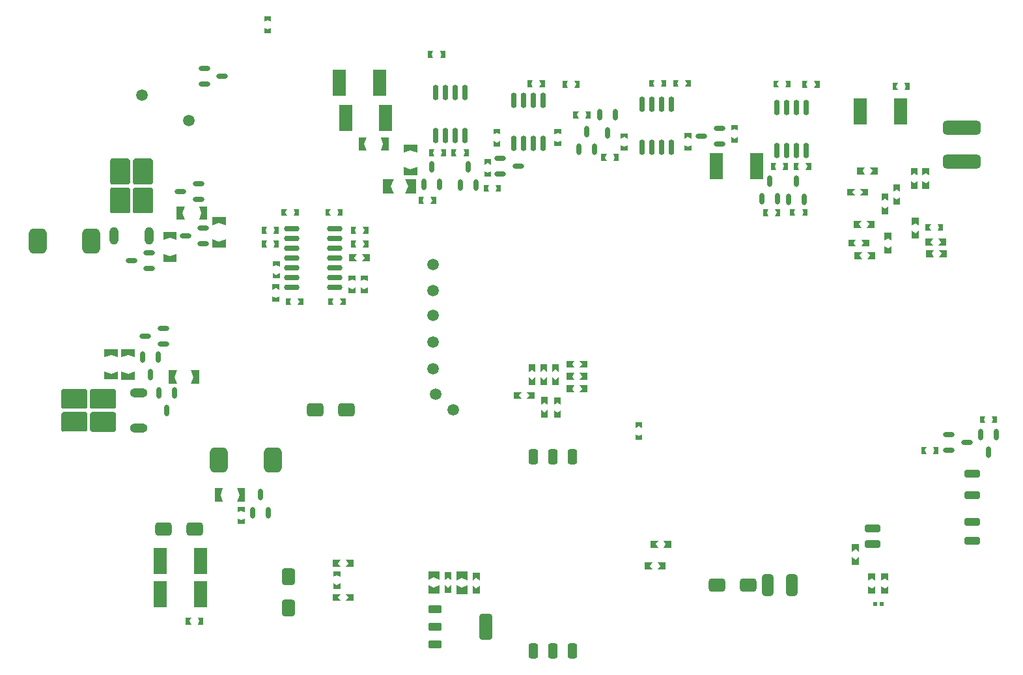
<source format=gbp>
G04*
G04 #@! TF.GenerationSoftware,Altium Limited,Altium Designer,19.1.8 (144)*
G04*
G04 Layer_Color=128*
%FSLAX24Y24*%
%MOIN*%
G70*
G01*
G75*
%ADD21O,0.0591X0.0281*%
%ADD23O,0.0281X0.0591*%
G04:AMPARAMS|DCode=24|XSize=110.2mil|YSize=59.1mil|CornerRadius=14.8mil|HoleSize=0mil|Usage=FLASHONLY|Rotation=270.000|XOffset=0mil|YOffset=0mil|HoleType=Round|Shape=RoundedRectangle|*
%AMROUNDEDRECTD24*
21,1,0.1102,0.0295,0,0,270.0*
21,1,0.0807,0.0591,0,0,270.0*
1,1,0.0295,-0.0148,-0.0404*
1,1,0.0295,-0.0148,0.0404*
1,1,0.0295,0.0148,0.0404*
1,1,0.0295,0.0148,-0.0404*
%
%ADD24ROUNDEDRECTD24*%
%ADD31O,0.0295X0.0800*%
%ADD44O,0.0800X0.0295*%
G04:AMPARAMS|DCode=47|XSize=86.6mil|YSize=68.9mil|CornerRadius=17.2mil|HoleSize=0mil|Usage=FLASHONLY|Rotation=0.000|XOffset=0mil|YOffset=0mil|HoleType=Round|Shape=RoundedRectangle|*
%AMROUNDEDRECTD47*
21,1,0.0866,0.0344,0,0,0.0*
21,1,0.0522,0.0689,0,0,0.0*
1,1,0.0344,0.0261,-0.0172*
1,1,0.0344,-0.0261,-0.0172*
1,1,0.0344,-0.0261,0.0172*
1,1,0.0344,0.0261,0.0172*
%
%ADD47ROUNDEDRECTD47*%
%ADD136C,0.0591*%
G04:AMPARAMS|DCode=186|XSize=128mil|YSize=90.6mil|CornerRadius=22.6mil|HoleSize=0mil|Usage=FLASHONLY|Rotation=270.000|XOffset=0mil|YOffset=0mil|HoleType=Round|Shape=RoundedRectangle|*
%AMROUNDEDRECTD186*
21,1,0.1280,0.0453,0,0,270.0*
21,1,0.0827,0.0906,0,0,270.0*
1,1,0.0453,-0.0226,-0.0413*
1,1,0.0453,-0.0226,0.0413*
1,1,0.0453,0.0226,0.0413*
1,1,0.0453,0.0226,-0.0413*
%
%ADD186ROUNDEDRECTD186*%
G04:AMPARAMS|DCode=187|XSize=86.6mil|YSize=68.9mil|CornerRadius=17.2mil|HoleSize=0mil|Usage=FLASHONLY|Rotation=90.000|XOffset=0mil|YOffset=0mil|HoleType=Round|Shape=RoundedRectangle|*
%AMROUNDEDRECTD187*
21,1,0.0866,0.0344,0,0,90.0*
21,1,0.0522,0.0689,0,0,90.0*
1,1,0.0344,0.0172,0.0261*
1,1,0.0344,0.0172,-0.0261*
1,1,0.0344,-0.0172,-0.0261*
1,1,0.0344,-0.0172,0.0261*
%
%ADD187ROUNDEDRECTD187*%
G04:AMPARAMS|DCode=188|XSize=194.9mil|YSize=70.9mil|CornerRadius=17.7mil|HoleSize=0mil|Usage=FLASHONLY|Rotation=180.000|XOffset=0mil|YOffset=0mil|HoleType=Round|Shape=RoundedRectangle|*
%AMROUNDEDRECTD188*
21,1,0.1949,0.0354,0,0,180.0*
21,1,0.1594,0.0709,0,0,180.0*
1,1,0.0354,-0.0797,0.0177*
1,1,0.0354,0.0797,0.0177*
1,1,0.0354,0.0797,-0.0177*
1,1,0.0354,-0.0797,-0.0177*
%
%ADD188ROUNDEDRECTD188*%
%ADD189R,0.0709X0.1339*%
G04:AMPARAMS|DCode=190|XSize=78.7mil|YSize=47.2mil|CornerRadius=11.8mil|HoleSize=0mil|Usage=FLASHONLY|Rotation=90.000|XOffset=0mil|YOffset=0mil|HoleType=Round|Shape=RoundedRectangle|*
%AMROUNDEDRECTD190*
21,1,0.0787,0.0236,0,0,90.0*
21,1,0.0551,0.0472,0,0,90.0*
1,1,0.0236,0.0118,0.0276*
1,1,0.0236,0.0118,-0.0276*
1,1,0.0236,-0.0118,-0.0276*
1,1,0.0236,-0.0118,0.0276*
%
%ADD190ROUNDEDRECTD190*%
%ADD193R,0.0217X0.0236*%
G04:AMPARAMS|DCode=194|XSize=41.3mil|YSize=68.9mil|CornerRadius=10.3mil|HoleSize=0mil|Usage=FLASHONLY|Rotation=90.000|XOffset=0mil|YOffset=0mil|HoleType=Round|Shape=RoundedRectangle|*
%AMROUNDEDRECTD194*
21,1,0.0413,0.0482,0,0,90.0*
21,1,0.0207,0.0689,0,0,90.0*
1,1,0.0207,0.0241,0.0103*
1,1,0.0207,0.0241,-0.0103*
1,1,0.0207,-0.0241,-0.0103*
1,1,0.0207,-0.0241,0.0103*
%
%ADD194ROUNDEDRECTD194*%
G04:AMPARAMS|DCode=195|XSize=41.3mil|YSize=68.9mil|CornerRadius=10.3mil|HoleSize=0mil|Usage=FLASHONLY|Rotation=90.000|XOffset=0mil|YOffset=0mil|HoleType=Round|Shape=RoundedRectangle|*
%AMROUNDEDRECTD195*
21,1,0.0413,0.0482,0,0,90.0*
21,1,0.0207,0.0689,0,0,90.0*
1,1,0.0207,0.0241,0.0103*
1,1,0.0207,0.0241,-0.0103*
1,1,0.0207,-0.0241,-0.0103*
1,1,0.0207,-0.0241,0.0103*
%
%ADD195ROUNDEDRECTD195*%
G04:AMPARAMS|DCode=196|XSize=133.9mil|YSize=68.9mil|CornerRadius=17.2mil|HoleSize=0mil|Usage=FLASHONLY|Rotation=90.000|XOffset=0mil|YOffset=0mil|HoleType=Round|Shape=RoundedRectangle|*
%AMROUNDEDRECTD196*
21,1,0.1339,0.0344,0,0,90.0*
21,1,0.0994,0.0689,0,0,90.0*
1,1,0.0344,0.0172,0.0497*
1,1,0.0344,0.0172,-0.0497*
1,1,0.0344,-0.0172,-0.0497*
1,1,0.0344,-0.0172,0.0497*
%
%ADD196ROUNDEDRECTD196*%
G04:AMPARAMS|DCode=197|XSize=78.7mil|YSize=39.4mil|CornerRadius=9.8mil|HoleSize=0mil|Usage=FLASHONLY|Rotation=0.000|XOffset=0mil|YOffset=0mil|HoleType=Round|Shape=RoundedRectangle|*
%AMROUNDEDRECTD197*
21,1,0.0787,0.0197,0,0,0.0*
21,1,0.0591,0.0394,0,0,0.0*
1,1,0.0197,0.0295,-0.0098*
1,1,0.0197,-0.0295,-0.0098*
1,1,0.0197,-0.0295,0.0098*
1,1,0.0197,0.0295,0.0098*
%
%ADD197ROUNDEDRECTD197*%
%ADD217O,0.0454X0.0906*%
%ADD218O,0.0906X0.0454*%
G36*
X14961Y37677D02*
X14783Y37756D01*
X14606Y37677D01*
Y37953D01*
X14961D01*
Y37677D01*
D02*
G37*
G36*
Y37067D02*
X14606D01*
Y37343D01*
X14783Y37264D01*
X14961Y37343D01*
Y37067D01*
D02*
G37*
G36*
X23878Y35807D02*
X23603D01*
X23681Y35984D01*
X23603Y36161D01*
X23878D01*
Y35807D01*
D02*
G37*
G36*
X23189Y35984D02*
X23268Y35807D01*
X22993D01*
Y36161D01*
X23268D01*
X23189Y35984D01*
D02*
G37*
G36*
X36437Y34331D02*
X36161D01*
X36240Y34508D01*
X36161Y34685D01*
X36437D01*
Y34331D01*
D02*
G37*
G36*
X35748Y34508D02*
X35827Y34331D01*
X35551D01*
Y34685D01*
X35827D01*
X35748Y34508D01*
D02*
G37*
G36*
X35197Y34331D02*
X34921D01*
X35000Y34508D01*
X34921Y34685D01*
X35197D01*
Y34331D01*
D02*
G37*
G36*
X34508Y34508D02*
X34587Y34331D01*
X34311D01*
Y34685D01*
X34587D01*
X34508Y34508D01*
D02*
G37*
G36*
X28976Y34311D02*
X28701D01*
X28780Y34488D01*
X28701Y34665D01*
X28976D01*
Y34311D01*
D02*
G37*
G36*
X28288Y34488D02*
X28366Y34311D01*
X28091D01*
Y34665D01*
X28366D01*
X28288Y34488D01*
D02*
G37*
G36*
X41555Y34301D02*
X41280D01*
X41358Y34478D01*
X41280Y34656D01*
X41555D01*
Y34301D01*
D02*
G37*
G36*
X40866Y34478D02*
X40945Y34301D01*
X40670D01*
Y34656D01*
X40945D01*
X40866Y34478D01*
D02*
G37*
G36*
X30768Y34281D02*
X30492D01*
X30571Y34459D01*
X30492Y34636D01*
X30768D01*
Y34281D01*
D02*
G37*
G36*
X30079Y34459D02*
X30158Y34281D01*
X29882D01*
Y34636D01*
X30158D01*
X30079Y34459D01*
D02*
G37*
G36*
X43041Y34272D02*
X42766D01*
X42844Y34449D01*
X42766Y34626D01*
X43041D01*
Y34272D01*
D02*
G37*
G36*
X42352Y34449D02*
X42431Y34272D01*
X42156D01*
Y34626D01*
X42431D01*
X42352Y34449D01*
D02*
G37*
G36*
X47657Y34173D02*
X47382D01*
X47461Y34350D01*
X47382Y34528D01*
X47657D01*
Y34173D01*
D02*
G37*
G36*
X46969Y34350D02*
X47047Y34173D01*
X46772D01*
Y34528D01*
X47047D01*
X46969Y34350D01*
D02*
G37*
G36*
X31319Y32717D02*
X31043D01*
X31122Y32894D01*
X31043Y33071D01*
X31319D01*
Y32717D01*
D02*
G37*
G36*
X30630Y32894D02*
X30709Y32717D01*
X30433D01*
Y33071D01*
X30709D01*
X30630Y32894D01*
D02*
G37*
G36*
X38858Y32096D02*
X38681Y32175D01*
X38504Y32096D01*
Y32372D01*
X38858D01*
Y32096D01*
D02*
G37*
G36*
X29813Y31909D02*
X29636Y31988D01*
X29459Y31909D01*
Y32185D01*
X29813D01*
Y31909D01*
D02*
G37*
G36*
X26693Y31899D02*
X26516Y31978D01*
X26339Y31899D01*
Y32175D01*
X26693D01*
Y31899D01*
D02*
G37*
G36*
X38858Y31486D02*
X38504D01*
Y31762D01*
X38681Y31683D01*
X38858Y31762D01*
Y31486D01*
D02*
G37*
G36*
X36476Y31683D02*
X36299Y31762D01*
X36122Y31683D01*
Y31959D01*
X36476D01*
Y31683D01*
D02*
G37*
G36*
X33219Y31683D02*
X33041Y31762D01*
X32864Y31683D01*
Y31958D01*
X33219D01*
Y31683D01*
D02*
G37*
G36*
X29813Y31299D02*
X29459D01*
Y31575D01*
X29636Y31496D01*
X29813Y31575D01*
Y31299D01*
D02*
G37*
G36*
X26693Y31289D02*
X26339D01*
Y31565D01*
X26516Y31486D01*
X26693Y31565D01*
Y31289D01*
D02*
G37*
G36*
X36476Y31073D02*
X36122D01*
Y31349D01*
X36299Y31270D01*
X36476Y31349D01*
Y31073D01*
D02*
G37*
G36*
X33219Y31073D02*
X32864D01*
Y31348D01*
X33041Y31270D01*
X33219Y31348D01*
Y31073D01*
D02*
G37*
G36*
X20994Y31063D02*
X20581D01*
X20699Y31407D01*
X20581Y31752D01*
X20994D01*
Y31063D01*
D02*
G37*
G36*
X19734Y31407D02*
X19852Y31063D01*
X19439D01*
Y31752D01*
X19852D01*
X19734Y31407D01*
D02*
G37*
G36*
X22441Y30965D02*
X22096Y31083D01*
X21752Y30965D01*
Y31378D01*
X22441D01*
Y30965D01*
D02*
G37*
G36*
X25078Y30787D02*
X24803D01*
X24882Y30965D01*
X24803Y31142D01*
X25078D01*
Y30787D01*
D02*
G37*
G36*
X24390Y30965D02*
X24469Y30787D01*
X24193D01*
Y31142D01*
X24469D01*
X24390Y30965D01*
D02*
G37*
G36*
X23927Y30787D02*
X23651D01*
X23730Y30965D01*
X23651Y31142D01*
X23927D01*
Y30787D01*
D02*
G37*
G36*
X23238Y30965D02*
X23317Y30787D01*
X23041D01*
Y31142D01*
X23317D01*
X23238Y30965D01*
D02*
G37*
G36*
X32746Y30541D02*
X32470D01*
X32549Y30719D01*
X32470Y30896D01*
X32746D01*
Y30541D01*
D02*
G37*
G36*
X32057Y30719D02*
X32136Y30541D01*
X31860D01*
Y30896D01*
X32136D01*
X32057Y30719D01*
D02*
G37*
G36*
X26230Y30354D02*
X26053Y30433D01*
X25876Y30354D01*
Y30630D01*
X26230D01*
Y30354D01*
D02*
G37*
G36*
X22441Y29823D02*
X21752D01*
Y30236D01*
X22096Y30118D01*
X22441Y30236D01*
Y29823D01*
D02*
G37*
G36*
X42608Y30089D02*
X42332D01*
X42411Y30266D01*
X42332Y30443D01*
X42608D01*
Y30089D01*
D02*
G37*
G36*
X41919Y30266D02*
X41998Y30089D01*
X41722D01*
Y30443D01*
X41998D01*
X41919Y30266D01*
D02*
G37*
G36*
X41427Y30089D02*
X41151D01*
X41230Y30266D01*
X41151Y30443D01*
X41427D01*
Y30089D01*
D02*
G37*
G36*
X40738Y30266D02*
X40817Y30089D01*
X40541D01*
Y30443D01*
X40817D01*
X40738Y30266D01*
D02*
G37*
G36*
X26230Y29744D02*
X25876D01*
Y30020D01*
X26053Y29941D01*
X26230Y30020D01*
Y29744D01*
D02*
G37*
G36*
X46024Y29852D02*
X45630D01*
X45748Y30030D01*
X45630Y30207D01*
X46024D01*
Y29852D01*
D02*
G37*
G36*
X45236Y30030D02*
X45354Y29852D01*
X44961D01*
Y30207D01*
X45354D01*
X45236Y30030D01*
D02*
G37*
G36*
X48652Y29793D02*
X48475Y29911D01*
X48298Y29793D01*
Y30187D01*
X48652D01*
Y29793D01*
D02*
G37*
G36*
X48062D02*
X47885Y29911D01*
X47708Y29793D01*
Y30187D01*
X48062D01*
Y29793D01*
D02*
G37*
G36*
X48652Y29124D02*
X48298D01*
Y29518D01*
X48475Y29400D01*
X48652Y29518D01*
Y29124D01*
D02*
G37*
G36*
X48062D02*
X47708D01*
Y29518D01*
X47885Y29400D01*
X48062Y29518D01*
Y29124D01*
D02*
G37*
G36*
X8799Y30659D02*
X8820Y30659D01*
X8860Y30643D01*
X8891Y30612D01*
X8907Y30572D01*
X8907Y30550D01*
X8907Y29451D01*
X8907Y29451D01*
X8907Y29440D01*
X8903Y29418D01*
X8895Y29398D01*
X8882Y29379D01*
X8874Y29371D01*
X8874Y29371D01*
X8867Y29364D01*
X8850Y29352D01*
X8830Y29344D01*
X8810Y29340D01*
X8799D01*
X8005Y29340D01*
X7983Y29340D01*
X7943Y29356D01*
X7911Y29386D01*
X7894Y29426D01*
X7894Y29448D01*
X7894Y30548D01*
X7894Y30548D01*
X7893Y30570D01*
X7909Y30610D01*
X7940Y30642D01*
X7980Y30659D01*
X8002Y30659D01*
X8799Y30659D01*
X8799Y30659D01*
D02*
G37*
G36*
X7628D02*
X7650Y30659D01*
X7690Y30643D01*
X7720Y30612D01*
X7737Y30572D01*
X7737Y30550D01*
X7737Y29451D01*
X7737Y29451D01*
X7737Y29440D01*
X7733Y29418D01*
X7724Y29398D01*
X7712Y29379D01*
X7704Y29371D01*
X7704Y29371D01*
X7696Y29364D01*
X7679Y29352D01*
X7660Y29344D01*
X7639Y29340D01*
X7629D01*
X6834Y29340D01*
X6812Y29340D01*
X6772Y29356D01*
X6741Y29386D01*
X6723Y29426D01*
X6723Y29448D01*
X6723Y30548D01*
X6723Y30548D01*
X6723Y30570D01*
X6739Y30610D01*
X6769Y30642D01*
X6809Y30659D01*
X6831Y30659D01*
X7628Y30659D01*
X7628Y30659D01*
D02*
G37*
G36*
X7688Y29167D02*
X7719Y29137D01*
X7736Y29097D01*
X7737Y29075D01*
Y27975D01*
X7737Y27953D01*
X7721Y27913D01*
X7691Y27881D01*
X7651Y27864D01*
X7629Y27864D01*
X6831Y27864D01*
X6831Y27864D01*
X6810Y27864D01*
X6770Y27880D01*
X6739Y27911D01*
X6723Y27951D01*
X6723Y27972D01*
X6723Y29072D01*
X6723Y29072D01*
X6723Y29083D01*
X6727Y29105D01*
X6736Y29125D01*
X6748Y29144D01*
X6756Y29152D01*
X6756Y29152D01*
X6763Y29159D01*
X6781Y29171D01*
X6800Y29179D01*
X6821Y29183D01*
X6831D01*
X7626Y29183D01*
X7626Y29183D01*
X7647Y29183D01*
X7688Y29167D01*
D02*
G37*
G36*
X26732Y28967D02*
X26456D01*
X26535Y29144D01*
X26456Y29321D01*
X26732D01*
Y28967D01*
D02*
G37*
G36*
X26043Y29144D02*
X26122Y28967D01*
X25846D01*
Y29321D01*
X26122D01*
X26043Y29144D01*
D02*
G37*
G36*
X47160Y28962D02*
X46983Y29080D01*
X46806Y28962D01*
Y29355D01*
X47160D01*
Y28962D01*
D02*
G37*
G36*
X22382Y28888D02*
X21831D01*
X21988Y29242D01*
X21831Y29596D01*
X22382D01*
Y28888D01*
D02*
G37*
G36*
X21083Y29242D02*
X21240Y28888D01*
X20689D01*
Y29596D01*
X21240D01*
X21083Y29242D01*
D02*
G37*
G36*
X45522Y28770D02*
X45128D01*
X45246Y28947D01*
X45128Y29124D01*
X45522D01*
Y28770D01*
D02*
G37*
G36*
X44734Y28947D02*
X44852Y28770D01*
X44459D01*
Y29124D01*
X44852D01*
X44734Y28947D01*
D02*
G37*
G36*
X47160Y28292D02*
X46806D01*
Y28686D01*
X46983Y28568D01*
X47160Y28686D01*
Y28292D01*
D02*
G37*
G36*
X46565Y28494D02*
X46388Y28612D01*
X46211Y28494D01*
Y28888D01*
X46565D01*
Y28494D01*
D02*
G37*
G36*
X23406Y28346D02*
X23130D01*
X23209Y28524D01*
X23130Y28701D01*
X23406D01*
Y28346D01*
D02*
G37*
G36*
X22717Y28524D02*
X22796Y28346D01*
X22520D01*
Y28701D01*
X22796D01*
X22717Y28524D01*
D02*
G37*
G36*
X46565Y27825D02*
X46211D01*
Y28219D01*
X46388Y28100D01*
X46565Y28219D01*
Y27825D01*
D02*
G37*
G36*
X8799Y29183D02*
X8820Y29183D01*
X8860Y29166D01*
X8891Y29136D01*
X8907Y29096D01*
X8907Y29074D01*
X8907Y27975D01*
X8907Y27975D01*
X8907Y27964D01*
X8903Y27942D01*
X8895Y27922D01*
X8882Y27903D01*
X8874Y27895D01*
X8874Y27895D01*
X8867Y27888D01*
X8850Y27876D01*
X8830Y27868D01*
X8810Y27864D01*
X8799D01*
X8005Y27864D01*
X7983Y27864D01*
X7943Y27880D01*
X7911Y27910D01*
X7894Y27950D01*
X7894Y27972D01*
X7894Y29072D01*
X7894Y29072D01*
X7893Y29094D01*
X7909Y29134D01*
X7940Y29165D01*
X7980Y29183D01*
X8002Y29183D01*
X8799Y29183D01*
X8799Y29183D01*
D02*
G37*
G36*
X18622Y27726D02*
X18346D01*
X18425Y27904D01*
X18346Y28081D01*
X18622D01*
Y27726D01*
D02*
G37*
G36*
X17933Y27904D02*
X18012Y27726D01*
X17736D01*
Y28081D01*
X18012D01*
X17933Y27904D01*
D02*
G37*
G36*
X16388Y27726D02*
X16112D01*
X16191Y27904D01*
X16112Y28081D01*
X16388D01*
Y27726D01*
D02*
G37*
G36*
X15699Y27904D02*
X15778Y27726D01*
X15502D01*
Y28081D01*
X15778D01*
X15699Y27904D01*
D02*
G37*
G36*
X42411Y27726D02*
X42136D01*
X42215Y27904D01*
X42136Y28081D01*
X42411D01*
Y27726D01*
D02*
G37*
G36*
X41723Y27904D02*
X41801Y27726D01*
X41526D01*
Y28081D01*
X41801D01*
X41723Y27904D01*
D02*
G37*
G36*
X41033Y27717D02*
X40758D01*
X40837Y27894D01*
X40758Y28071D01*
X41033D01*
Y27717D01*
D02*
G37*
G36*
X40345Y27894D02*
X40423Y27717D01*
X40148D01*
Y28071D01*
X40423D01*
X40345Y27894D01*
D02*
G37*
G36*
X11683Y27530D02*
X11270D01*
X11388Y27874D01*
X11270Y28219D01*
X11683D01*
Y27530D01*
D02*
G37*
G36*
X10423Y27874D02*
X10541Y27530D01*
X10128D01*
Y28219D01*
X10541D01*
X10423Y27874D01*
D02*
G37*
G36*
X12638Y27254D02*
X12293Y27372D01*
X11949Y27254D01*
Y27667D01*
X12638D01*
Y27254D01*
D02*
G37*
G36*
X48120Y27234D02*
X47943Y27352D01*
X47766Y27234D01*
Y27628D01*
X48120D01*
Y27234D01*
D02*
G37*
G36*
X45856Y27116D02*
X45463D01*
X45581Y27293D01*
X45463Y27470D01*
X45856D01*
Y27116D01*
D02*
G37*
G36*
X45069Y27293D02*
X45187Y27116D01*
X44793D01*
Y27470D01*
X45187D01*
X45069Y27293D01*
D02*
G37*
G36*
X49350Y26959D02*
X49075D01*
X49154Y27136D01*
X49075Y27313D01*
X49350D01*
Y26959D01*
D02*
G37*
G36*
X48662Y27136D02*
X48740Y26959D01*
X48465D01*
Y27313D01*
X48740D01*
X48662Y27136D01*
D02*
G37*
G36*
X48120Y26565D02*
X47766D01*
Y26959D01*
X47943Y26841D01*
X48120Y26959D01*
Y26565D01*
D02*
G37*
G36*
X19941Y26821D02*
X19665D01*
X19744Y26998D01*
X19665Y27175D01*
X19941D01*
Y26821D01*
D02*
G37*
G36*
X19252Y26998D02*
X19331Y26821D01*
X19055D01*
Y27175D01*
X19331D01*
X19252Y26998D01*
D02*
G37*
G36*
X15364Y26821D02*
X15089D01*
X15167Y26998D01*
X15089Y27175D01*
X15364D01*
Y26821D01*
D02*
G37*
G36*
X14675Y26998D02*
X14754Y26821D01*
X14479D01*
Y27175D01*
X14754D01*
X14675Y26998D01*
D02*
G37*
G36*
X10128Y26506D02*
X9783Y26624D01*
X9439Y26506D01*
Y26919D01*
X10128D01*
Y26506D01*
D02*
G37*
G36*
X46722Y26467D02*
X46545Y26585D01*
X46368Y26467D01*
Y26860D01*
X46722D01*
Y26467D01*
D02*
G37*
G36*
X12638Y26112D02*
X11949D01*
Y26526D01*
X12293Y26407D01*
X12638Y26526D01*
Y26112D01*
D02*
G37*
G36*
X49518Y26211D02*
X49124D01*
X49242Y26388D01*
X49124Y26565D01*
X49518D01*
Y26211D01*
D02*
G37*
G36*
X48730Y26388D02*
X48848Y26211D01*
X48455D01*
Y26565D01*
X48848D01*
X48730Y26388D01*
D02*
G37*
G36*
X45571Y26161D02*
X45177D01*
X45295Y26339D01*
X45177Y26516D01*
X45571D01*
Y26161D01*
D02*
G37*
G36*
X44783Y26339D02*
X44902Y26161D01*
X44508D01*
Y26516D01*
X44902D01*
X44783Y26339D01*
D02*
G37*
G36*
X19941Y26112D02*
X19665D01*
X19744Y26289D01*
X19665Y26467D01*
X19941D01*
Y26112D01*
D02*
G37*
G36*
X19252Y26289D02*
X19331Y26112D01*
X19055D01*
Y26467D01*
X19331D01*
X19252Y26289D01*
D02*
G37*
G36*
X15364Y26112D02*
X15088D01*
X15167Y26289D01*
X15088Y26467D01*
X15364D01*
Y26112D01*
D02*
G37*
G36*
X14675Y26289D02*
X14754Y26112D01*
X14478D01*
Y26467D01*
X14754D01*
X14675Y26289D01*
D02*
G37*
G36*
X46722Y25797D02*
X46368D01*
Y26191D01*
X46545Y26073D01*
X46722Y26191D01*
Y25797D01*
D02*
G37*
G36*
X10128Y25364D02*
X9439D01*
Y25778D01*
X9783Y25659D01*
X10128Y25778D01*
Y25364D01*
D02*
G37*
G36*
X49557Y25620D02*
X49163D01*
X49282Y25797D01*
X49163Y25974D01*
X49557D01*
Y25620D01*
D02*
G37*
G36*
X48770Y25797D02*
X48888Y25620D01*
X48494D01*
Y25974D01*
X48888D01*
X48770Y25797D01*
D02*
G37*
G36*
X45886Y25522D02*
X45492D01*
X45610Y25699D01*
X45492Y25876D01*
X45886D01*
Y25522D01*
D02*
G37*
G36*
X45098Y25699D02*
X45217Y25522D01*
X44823D01*
Y25876D01*
X45217D01*
X45098Y25699D01*
D02*
G37*
G36*
X20020Y25413D02*
X19626D01*
X19744Y25591D01*
X19626Y25768D01*
X20020D01*
Y25413D01*
D02*
G37*
G36*
X19232Y25591D02*
X19350Y25413D01*
X18957D01*
Y25768D01*
X19350D01*
X19232Y25591D01*
D02*
G37*
G36*
X15404Y25138D02*
X15226Y25217D01*
X15049Y25138D01*
Y25413D01*
X15404D01*
Y25138D01*
D02*
G37*
G36*
Y24528D02*
X15049D01*
Y24803D01*
X15226Y24725D01*
X15404Y24803D01*
Y24528D01*
D02*
G37*
G36*
X19282Y24400D02*
X19104Y24478D01*
X18927Y24400D01*
Y24675D01*
X19282D01*
Y24400D01*
D02*
G37*
G36*
X19911Y24399D02*
X19734Y24478D01*
X19557Y24399D01*
Y24675D01*
X19911D01*
Y24399D01*
D02*
G37*
G36*
X19282Y23790D02*
X18927D01*
Y24065D01*
X19104Y23986D01*
X19282Y24065D01*
Y23790D01*
D02*
G37*
G36*
X19911Y23789D02*
X19557D01*
Y24065D01*
X19734Y23986D01*
X19911Y24065D01*
Y23789D01*
D02*
G37*
G36*
X15384Y23957D02*
X15207Y24035D01*
X15030Y23957D01*
Y24232D01*
X15384D01*
Y23957D01*
D02*
G37*
G36*
Y23347D02*
X15030D01*
Y23622D01*
X15207Y23544D01*
X15384Y23622D01*
Y23347D01*
D02*
G37*
G36*
X18770Y23159D02*
X18494D01*
X18573Y23337D01*
X18494Y23514D01*
X18770D01*
Y23159D01*
D02*
G37*
G36*
X18081Y23337D02*
X18160Y23159D01*
X17884D01*
Y23514D01*
X18160D01*
X18081Y23337D01*
D02*
G37*
G36*
X16604Y23159D02*
X16329D01*
X16407Y23337D01*
X16329Y23514D01*
X16604D01*
Y23159D01*
D02*
G37*
G36*
X15915Y23337D02*
X15994Y23159D01*
X15718D01*
Y23514D01*
X15994D01*
X15915Y23337D01*
D02*
G37*
G36*
X7116Y20502D02*
X6772Y20620D01*
X6427Y20502D01*
Y20915D01*
X7116D01*
Y20502D01*
D02*
G37*
G36*
X7982Y20492D02*
X7638Y20610D01*
X7293Y20492D01*
Y20906D01*
X7982D01*
Y20492D01*
D02*
G37*
G36*
X31161Y19970D02*
X30768D01*
X30886Y20148D01*
X30768Y20325D01*
X31161D01*
Y19970D01*
D02*
G37*
G36*
X30374Y20148D02*
X30492Y19970D01*
X30098D01*
Y20325D01*
X30492D01*
X30374Y20148D01*
D02*
G37*
G36*
X29695Y19744D02*
X29518Y19862D01*
X29341Y19744D01*
Y20138D01*
X29695D01*
Y19744D01*
D02*
G37*
G36*
X29094D02*
X28917Y19862D01*
X28740Y19744D01*
Y20138D01*
X29094D01*
Y19744D01*
D02*
G37*
G36*
X28494Y19734D02*
X28317Y19852D01*
X28140Y19734D01*
Y20128D01*
X28494D01*
Y19734D01*
D02*
G37*
G36*
X7116Y19360D02*
X6427D01*
Y19774D01*
X6772Y19656D01*
X7116Y19774D01*
Y19360D01*
D02*
G37*
G36*
X7982Y19350D02*
X7293D01*
Y19764D01*
X7638Y19646D01*
X7982Y19764D01*
Y19350D01*
D02*
G37*
G36*
X29695Y19075D02*
X29341D01*
Y19468D01*
X29518Y19350D01*
X29695Y19468D01*
Y19075D01*
D02*
G37*
G36*
X29094D02*
X28740D01*
Y19468D01*
X28917Y19350D01*
X29094Y19468D01*
Y19075D01*
D02*
G37*
G36*
X31161Y19341D02*
X30768D01*
X30886Y19518D01*
X30768Y19695D01*
X31161D01*
Y19341D01*
D02*
G37*
G36*
X30374Y19518D02*
X30492Y19341D01*
X30098D01*
Y19695D01*
X30492D01*
X30374Y19518D01*
D02*
G37*
G36*
X28494Y19065D02*
X28140D01*
Y19459D01*
X28317Y19341D01*
X28494Y19459D01*
Y19065D01*
D02*
G37*
G36*
X11280Y19144D02*
X10866D01*
X10984Y19488D01*
X10866Y19833D01*
X11280D01*
Y19144D01*
D02*
G37*
G36*
X10020Y19488D02*
X10138Y19144D01*
X9724D01*
Y19833D01*
X10138D01*
X10020Y19488D01*
D02*
G37*
G36*
X5808Y18876D02*
X6907Y18876D01*
X6907Y18876D01*
X6918Y18876D01*
X6940Y18872D01*
X6960Y18863D01*
X6979Y18851D01*
X6987Y18843D01*
X6987Y18843D01*
X6994Y18836D01*
X7006Y18818D01*
X7014Y18799D01*
X7018Y18778D01*
Y18768D01*
X7018Y17973D01*
X7018D01*
X7018Y17951D01*
X7002Y17911D01*
X6972Y17880D01*
X6932Y17863D01*
X6910Y17862D01*
X5810Y17862D01*
X5810Y17862D01*
X5788Y17862D01*
X5748Y17878D01*
X5716Y17908D01*
X5699Y17948D01*
X5699Y17970D01*
X5699Y18767D01*
X5699Y18767D01*
X5699Y18789D01*
X5715Y18829D01*
X5746Y18859D01*
X5786Y18876D01*
X5808Y18876D01*
D02*
G37*
G36*
X4331D02*
X5431Y18876D01*
X5431Y18876D01*
X5442Y18876D01*
X5464Y18872D01*
X5484Y18863D01*
X5503Y18851D01*
X5511Y18843D01*
X5511Y18843D01*
X5518Y18836D01*
X5530Y18818D01*
X5538Y18799D01*
X5542Y18778D01*
Y18768D01*
X5542Y17973D01*
X5542D01*
X5542Y17951D01*
X5526Y17911D01*
X5496Y17880D01*
X5456Y17863D01*
X5434Y17862D01*
X4334Y17862D01*
X4334Y17862D01*
X4312Y17862D01*
X4272Y17878D01*
X4240Y17908D01*
X4223Y17948D01*
X4223Y17970D01*
X4223Y18767D01*
X4223Y18767D01*
X4223Y18789D01*
X4239Y18829D01*
X4270Y18859D01*
X4310Y18876D01*
X4331Y18876D01*
D02*
G37*
G36*
X31161Y18711D02*
X30768D01*
X30886Y18888D01*
X30768Y19065D01*
X31161D01*
Y18711D01*
D02*
G37*
G36*
X30374Y18888D02*
X30492Y18711D01*
X30098D01*
Y19065D01*
X30492D01*
X30374Y18888D01*
D02*
G37*
G36*
X28455Y18366D02*
X28061D01*
X28179Y18543D01*
X28061Y18720D01*
X28455D01*
Y18366D01*
D02*
G37*
G36*
X27667Y18543D02*
X27785Y18366D01*
X27392D01*
Y18720D01*
X27785D01*
X27667Y18543D01*
D02*
G37*
G36*
X29124Y18071D02*
X28947Y18189D01*
X28770Y18071D01*
Y18465D01*
X29124D01*
Y18071D01*
D02*
G37*
G36*
X29793Y18061D02*
X29616Y18179D01*
X29439Y18061D01*
Y18455D01*
X29793D01*
Y18061D01*
D02*
G37*
G36*
X29124Y17402D02*
X28770D01*
Y17795D01*
X28947Y17677D01*
X29124Y17795D01*
Y17402D01*
D02*
G37*
G36*
X29793Y17392D02*
X29439D01*
Y17785D01*
X29616Y17667D01*
X29793Y17785D01*
Y17392D01*
D02*
G37*
G36*
X4331Y17705D02*
X5431Y17705D01*
X5431Y17705D01*
X5442Y17705D01*
X5464Y17701D01*
X5484Y17693D01*
X5503Y17680D01*
X5511Y17672D01*
X5511Y17672D01*
X5518Y17665D01*
X5530Y17648D01*
X5538Y17628D01*
X5542Y17608D01*
Y17597D01*
X5542Y16803D01*
X5542D01*
X5542Y16781D01*
X5526Y16741D01*
X5496Y16709D01*
X5456Y16692D01*
X5434Y16692D01*
X4334Y16692D01*
X4334Y16692D01*
X4312Y16691D01*
X4272Y16707D01*
X4240Y16738D01*
X4223Y16778D01*
X4223Y16800D01*
X4223Y17597D01*
X4223Y17597D01*
X4223Y17618D01*
X4239Y17658D01*
X4270Y17689D01*
X4310Y17705D01*
X4331Y17705D01*
D02*
G37*
G36*
X52126Y17136D02*
X51850D01*
X51929Y17313D01*
X51850Y17490D01*
X52126D01*
Y17136D01*
D02*
G37*
G36*
X51437Y17313D02*
X51516Y17136D01*
X51240D01*
Y17490D01*
X51516D01*
X51437Y17313D01*
D02*
G37*
G36*
X33967Y16890D02*
X33789Y16968D01*
X33612Y16890D01*
Y17165D01*
X33967D01*
Y16890D01*
D02*
G37*
G36*
X6969Y17689D02*
X7001Y17659D01*
X7018Y17619D01*
X7018Y17597D01*
X7018Y16800D01*
X7018Y16800D01*
X7018Y16778D01*
X7002Y16738D01*
X6971Y16708D01*
X6931Y16691D01*
X6909Y16691D01*
X5810Y16691D01*
X5810Y16691D01*
X5799Y16691D01*
X5777Y16696D01*
X5757Y16704D01*
X5738Y16717D01*
X5730Y16724D01*
X5730Y16724D01*
X5723Y16732D01*
X5711Y16749D01*
X5703Y16769D01*
X5699Y16789D01*
Y16799D01*
X5699Y17594D01*
Y17594D01*
X5699Y17616D01*
X5715Y17656D01*
X5745Y17687D01*
X5785Y17705D01*
X5807Y17705D01*
X6907D01*
X6929Y17705D01*
X6969Y17689D01*
D02*
G37*
G36*
X33967Y16280D02*
X33612D01*
Y16555D01*
X33789Y16477D01*
X33967Y16555D01*
Y16280D01*
D02*
G37*
G36*
X49124Y15551D02*
X48848D01*
X48927Y15728D01*
X48848Y15906D01*
X49124D01*
Y15551D01*
D02*
G37*
G36*
X48435Y15728D02*
X48514Y15551D01*
X48238D01*
Y15906D01*
X48514D01*
X48435Y15728D01*
D02*
G37*
G36*
X13632Y13110D02*
X13218D01*
X13337Y13455D01*
X13218Y13799D01*
X13632D01*
Y13110D01*
D02*
G37*
G36*
X12372Y13455D02*
X12490Y13110D01*
X12077D01*
Y13799D01*
X12490D01*
X12372Y13455D01*
D02*
G37*
G36*
X13612Y12579D02*
X13435Y12657D01*
X13258Y12579D01*
Y12854D01*
X13612D01*
Y12579D01*
D02*
G37*
G36*
Y11968D02*
X13258D01*
Y12244D01*
X13435Y12165D01*
X13612Y12244D01*
Y11968D01*
D02*
G37*
G36*
X35443Y10758D02*
X35049D01*
X35167Y10935D01*
X35049Y11112D01*
X35443D01*
Y10758D01*
D02*
G37*
G36*
X34656Y10935D02*
X34774Y10758D01*
X34380D01*
Y11112D01*
X34774D01*
X34656Y10935D01*
D02*
G37*
G36*
X45049Y10551D02*
X44872Y10669D01*
X44695Y10551D01*
Y10945D01*
X45049D01*
Y10551D01*
D02*
G37*
G36*
Y9882D02*
X44695D01*
Y10276D01*
X44872Y10157D01*
X45049Y10276D01*
Y9882D01*
D02*
G37*
G36*
X19183Y9774D02*
X18789D01*
X18907Y9951D01*
X18789Y10128D01*
X19183D01*
Y9774D01*
D02*
G37*
G36*
X18396Y9951D02*
X18514Y9774D01*
X18120D01*
Y10128D01*
X18514D01*
X18396Y9951D01*
D02*
G37*
G36*
X35148Y9646D02*
X34754D01*
X34872Y9823D01*
X34754Y10000D01*
X35148D01*
Y9646D01*
D02*
G37*
G36*
X34360Y9823D02*
X34478Y9646D01*
X34085D01*
Y10000D01*
X34478D01*
X34360Y9823D01*
D02*
G37*
G36*
X18504Y9262D02*
X18327Y9340D01*
X18150Y9262D01*
Y9537D01*
X18504D01*
Y9262D01*
D02*
G37*
G36*
X24193Y9104D02*
X24016Y9222D01*
X23839Y9104D01*
Y9498D01*
X24193D01*
Y9104D01*
D02*
G37*
G36*
X23583Y9104D02*
X23297Y9232D01*
X23012Y9104D01*
Y9557D01*
X23583D01*
Y9104D01*
D02*
G37*
G36*
X25640Y9085D02*
X25463Y9203D01*
X25285Y9085D01*
Y9478D01*
X25640D01*
Y9085D01*
D02*
G37*
G36*
X25020Y9085D02*
X24734Y9213D01*
X24449Y9085D01*
Y9537D01*
X25020D01*
Y9085D01*
D02*
G37*
G36*
X46554Y9065D02*
X46377Y9183D01*
X46200Y9065D01*
Y9458D01*
X46554D01*
Y9065D01*
D02*
G37*
G36*
X45885D02*
X45708Y9183D01*
X45531Y9065D01*
Y9458D01*
X45885D01*
Y9065D01*
D02*
G37*
G36*
X18504Y8652D02*
X18150D01*
Y8927D01*
X18327Y8848D01*
X18504Y8927D01*
Y8652D01*
D02*
G37*
G36*
X23583Y8396D02*
X23012D01*
Y8848D01*
X23297Y8720D01*
X23583Y8848D01*
Y8396D01*
D02*
G37*
G36*
X24193Y8435D02*
X23839D01*
Y8829D01*
X24016Y8711D01*
X24193Y8829D01*
Y8435D01*
D02*
G37*
G36*
X25020Y8376D02*
X24449D01*
Y8829D01*
X24734Y8701D01*
X25020Y8829D01*
Y8376D01*
D02*
G37*
G36*
X25640Y8415D02*
X25285D01*
Y8809D01*
X25463Y8691D01*
X25640Y8809D01*
Y8415D01*
D02*
G37*
G36*
X46554Y8395D02*
X46200D01*
Y8789D01*
X46377Y8671D01*
X46554Y8789D01*
Y8395D01*
D02*
G37*
G36*
X45885D02*
X45531D01*
Y8789D01*
X45708Y8671D01*
X45885Y8789D01*
Y8395D01*
D02*
G37*
G36*
X19183Y8031D02*
X18789D01*
X18907Y8209D01*
X18789Y8386D01*
X19183D01*
Y8031D01*
D02*
G37*
G36*
X18396Y8209D02*
X18514Y8031D01*
X18120D01*
Y8386D01*
X18514D01*
X18396Y8209D01*
D02*
G37*
G36*
X11486Y6821D02*
X11211D01*
X11289Y6998D01*
X11211Y7175D01*
X11486D01*
Y6821D01*
D02*
G37*
G36*
X10797Y6998D02*
X10876Y6821D01*
X10601D01*
Y7175D01*
X10876D01*
X10797Y6998D01*
D02*
G37*
D21*
X36998Y31824D02*
D03*
X37908Y31424D02*
D03*
Y32224D02*
D03*
X26698Y29872D02*
D03*
Y30672D02*
D03*
X27608Y30272D02*
D03*
X11540Y34459D02*
D03*
Y35259D02*
D03*
X12450Y34859D02*
D03*
X49661Y15728D02*
D03*
Y16528D02*
D03*
X50571Y16128D02*
D03*
X10571Y26716D02*
D03*
X11481Y26316D02*
D03*
Y27116D02*
D03*
X7805Y25427D02*
D03*
X8715Y25027D02*
D03*
Y25827D02*
D03*
X10335Y28970D02*
D03*
X11245Y28570D02*
D03*
Y29370D02*
D03*
X8534Y21569D02*
D03*
X9444Y21168D02*
D03*
Y21969D02*
D03*
D23*
X31781Y32894D02*
D03*
X32582D02*
D03*
X32181Y31984D02*
D03*
X40496Y29517D02*
D03*
X40096Y28607D02*
D03*
X40896D02*
D03*
X42264Y28587D02*
D03*
X41464D02*
D03*
X41864Y29497D02*
D03*
X31106Y32037D02*
D03*
X30706Y31127D02*
D03*
X31506D02*
D03*
X23202Y30251D02*
D03*
X22802Y29341D02*
D03*
X23602D02*
D03*
X25043Y30230D02*
D03*
X24643Y29320D02*
D03*
X25443D02*
D03*
X14433Y13464D02*
D03*
X14833Y12554D02*
D03*
X14033D02*
D03*
X51670Y15640D02*
D03*
X52070Y16550D02*
D03*
X51270D02*
D03*
X8786Y19597D02*
D03*
X9186Y20507D02*
D03*
X8386D02*
D03*
X9622Y17766D02*
D03*
X10022Y18676D02*
D03*
X9222D02*
D03*
D24*
X41634Y8839D02*
D03*
X40374D02*
D03*
D31*
X34453Y33430D02*
D03*
Y31230D02*
D03*
X33953Y33430D02*
D03*
Y31230D02*
D03*
X35453Y33430D02*
D03*
X34953D02*
D03*
Y31230D02*
D03*
X35453D02*
D03*
X23888Y34026D02*
D03*
Y31826D02*
D03*
X23388Y34026D02*
D03*
Y31826D02*
D03*
X24888Y34026D02*
D03*
X24388D02*
D03*
Y31826D02*
D03*
X24888D02*
D03*
X27884Y33632D02*
D03*
Y31432D02*
D03*
X27384Y33632D02*
D03*
Y31432D02*
D03*
X28884Y33632D02*
D03*
X28384D02*
D03*
Y31432D02*
D03*
X28884D02*
D03*
X41346Y33273D02*
D03*
Y31073D02*
D03*
X40846Y33273D02*
D03*
Y31073D02*
D03*
X42346Y33273D02*
D03*
X41846D02*
D03*
Y31073D02*
D03*
X42346D02*
D03*
D44*
X16028Y26091D02*
D03*
X18228D02*
D03*
X16028Y24591D02*
D03*
Y25091D02*
D03*
Y25591D02*
D03*
Y24091D02*
D03*
X18228Y24591D02*
D03*
Y25091D02*
D03*
Y25591D02*
D03*
Y24091D02*
D03*
X16028Y26591D02*
D03*
Y27091D02*
D03*
X18228Y26591D02*
D03*
Y27091D02*
D03*
D47*
X18819Y17815D02*
D03*
X17205D02*
D03*
X37776Y8839D02*
D03*
X39390D02*
D03*
X9439Y11703D02*
D03*
X11053D02*
D03*
D136*
X23268Y23917D02*
D03*
Y22628D02*
D03*
Y19911D02*
D03*
X24272Y17805D02*
D03*
X23386Y18612D02*
D03*
X23268Y21260D02*
D03*
Y25256D02*
D03*
X10748Y32618D02*
D03*
X8337Y33917D02*
D03*
D186*
X15049Y15246D02*
D03*
X12293D02*
D03*
X3012Y26457D02*
D03*
X5768D02*
D03*
D187*
X15846Y9281D02*
D03*
Y7667D02*
D03*
D188*
X50325Y30522D02*
D03*
Y32254D02*
D03*
D189*
X20512Y34547D02*
D03*
X18465D02*
D03*
X39803Y30285D02*
D03*
X37756D02*
D03*
X45128Y33081D02*
D03*
X47175D02*
D03*
X20817Y32746D02*
D03*
X18770D02*
D03*
X9291Y10089D02*
D03*
X11339D02*
D03*
X9291Y8376D02*
D03*
X11339D02*
D03*
D190*
X28382Y5475D02*
D03*
X30382D02*
D03*
X28382Y15425D02*
D03*
X30382D02*
D03*
X29382Y5475D02*
D03*
Y15425D02*
D03*
D193*
X45876Y7874D02*
D03*
X46211D02*
D03*
D194*
X23356Y5807D02*
D03*
D195*
X23356Y6713D02*
D03*
Y7618D02*
D03*
D196*
X25955Y6713D02*
D03*
D197*
X50856Y14547D02*
D03*
Y13455D02*
D03*
X45768Y11732D02*
D03*
Y10945D02*
D03*
X50856Y11093D02*
D03*
Y12087D02*
D03*
D217*
X6917Y26703D02*
D03*
X8713D02*
D03*
D218*
X8179Y18681D02*
D03*
Y16886D02*
D03*
M02*

</source>
